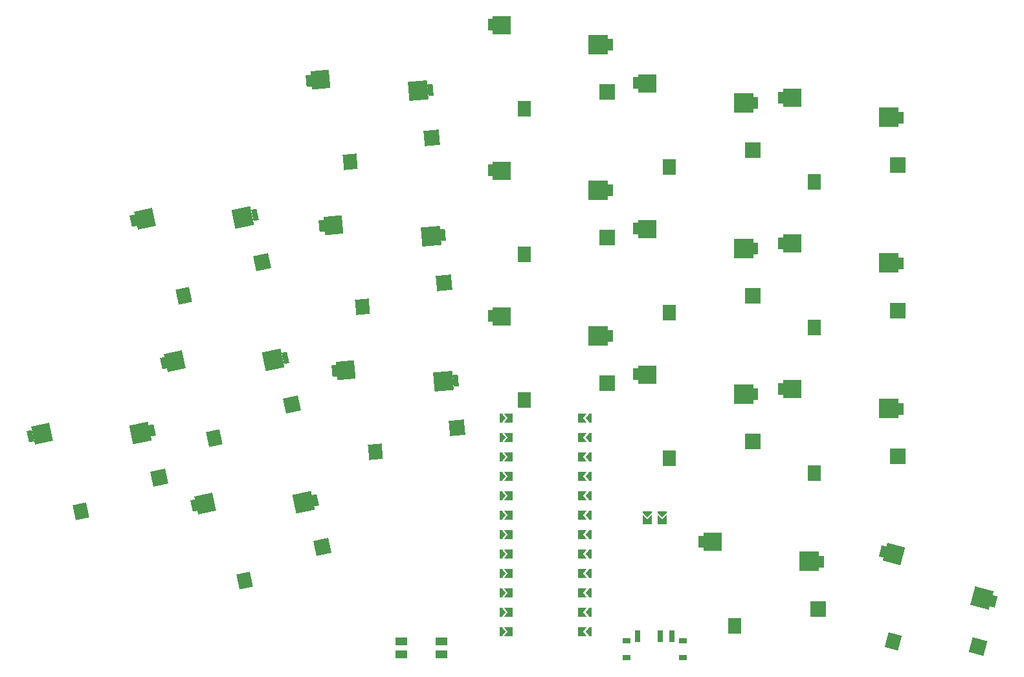
<source format=gbr>
%TF.GenerationSoftware,KiCad,Pcbnew,8.0.4*%
%TF.CreationDate,2024-11-28T23:07:48+01:00*%
%TF.ProjectId,reversible_split,72657665-7273-4696-926c-655f73706c69,v1.0.0*%
%TF.SameCoordinates,Original*%
%TF.FileFunction,Paste,Top*%
%TF.FilePolarity,Positive*%
%FSLAX46Y46*%
G04 Gerber Fmt 4.6, Leading zero omitted, Abs format (unit mm)*
G04 Created by KiCad (PCBNEW 8.0.4) date 2024-11-28 23:07:48*
%MOMM*%
%LPD*%
G01*
G04 APERTURE LIST*
G04 Aperture macros list*
%AMRotRect*
0 Rectangle, with rotation*
0 The origin of the aperture is its center*
0 $1 length*
0 $2 width*
0 $3 Rotation angle, in degrees counterclockwise*
0 Add horizontal line*
21,1,$1,$2,0,0,$3*%
%AMFreePoly0*
4,1,6,0.600000,-1.000000,0.000000,-0.400000,-0.600000,-1.000000,-0.600000,0.250000,0.600000,0.250000,0.600000,-1.000000,0.600000,-1.000000,$1*%
%AMFreePoly1*
4,1,6,0.600000,-0.200000,0.600000,-0.400000,-0.600000,-0.400000,-0.600000,-0.200000,0.000000,0.400000,0.600000,-0.200000,0.600000,-0.200000,$1*%
%AMFreePoly2*
4,1,6,0.500000,-0.625000,0.250000,-0.625000,-0.250000,0.000000,0.250000,0.625000,0.500000,0.625000,0.500000,-0.625000,0.500000,-0.625000,$1*%
%AMFreePoly3*
4,1,6,0.150000,0.000000,0.650000,-0.625000,-0.500000,-0.625000,-0.500000,0.625000,0.650000,0.625000,0.150000,0.000000,0.150000,0.000000,$1*%
G04 Aperture macros list end*
%ADD10RotRect,2.500000X2.500000X185.000000*%
%ADD11RotRect,2.000000X2.000000X185.000000*%
%ADD12RotRect,0.700000X1.500000X5.000000*%
%ADD13RotRect,2.400000X2.400000X185.000000*%
%ADD14RotRect,1.800000X2.000000X185.000000*%
%ADD15R,2.500000X2.500000*%
%ADD16R,2.000000X2.000000*%
%ADD17R,0.700000X1.500000*%
%ADD18R,2.400000X2.400000*%
%ADD19R,1.800000X2.000000*%
%ADD20R,1.000000X0.800000*%
%ADD21RotRect,2.500000X2.500000X192.000000*%
%ADD22RotRect,2.000000X2.000000X192.000000*%
%ADD23RotRect,0.700000X1.500000X12.000000*%
%ADD24RotRect,2.400000X2.400000X192.000000*%
%ADD25RotRect,1.800000X2.000000X192.000000*%
%ADD26RotRect,2.500000X2.500000X165.000000*%
%ADD27RotRect,2.000000X2.000000X165.000000*%
%ADD28RotRect,0.700000X1.500000X345.000000*%
%ADD29RotRect,2.400000X2.400000X165.000000*%
%ADD30RotRect,1.800000X2.000000X165.000000*%
%ADD31R,1.550000X1.000000*%
%ADD32FreePoly0,180.000000*%
%ADD33FreePoly1,180.000000*%
%ADD34FreePoly2,0.000000*%
%ADD35FreePoly2,180.000000*%
%ADD36FreePoly3,0.000000*%
%ADD37FreePoly3,180.000000*%
G04 APERTURE END LIST*
D10*
%TO.C,S5*%
X168441614Y-92953030D03*
D11*
X170180899Y-99064699D03*
D12*
X170039012Y-92853429D03*
X154172150Y-91631668D03*
D13*
X155668185Y-91520859D03*
D14*
X159514120Y-102206324D03*
%TD*%
D15*
%TO.C,S13*%
X207674991Y-56535521D03*
D16*
X208874991Y-62775522D03*
D17*
X209274991Y-56575522D03*
X193574991Y-53975522D03*
D18*
X195074991Y-53995522D03*
D19*
X197974991Y-64975521D03*
%TD*%
D20*
%TO.C,PWR1*%
X199712495Y-126951521D03*
X192412493Y-126951521D03*
X192412494Y-129161519D03*
X199712493Y-129161522D03*
D17*
X193812494Y-126301521D03*
X196812493Y-126301521D03*
X198312494Y-126301521D03*
%TD*%
D10*
%TO.C,S7*%
X165120980Y-54998011D03*
D11*
X166860265Y-61109680D03*
D12*
X166718378Y-54898410D03*
X150851516Y-53676649D03*
D13*
X152347551Y-53565840D03*
D14*
X156193486Y-64251305D03*
%TD*%
D21*
%TO.C,S3*%
X146166642Y-90186982D03*
D22*
X148637787Y-96041129D03*
D23*
X147739996Y-89893451D03*
X131842506Y-90614483D03*
D24*
X133313885Y-90322176D03*
D25*
X138433384Y-100459293D03*
%TD*%
D15*
%TO.C,S16*%
X226674994Y-58440522D03*
D16*
X227874994Y-64680523D03*
D17*
X228274994Y-58480523D03*
X212574994Y-55880523D03*
D18*
X214074994Y-55900523D03*
D19*
X216974994Y-66880522D03*
%TD*%
D15*
%TO.C,S15*%
X226674992Y-77490522D03*
D16*
X227874992Y-83730523D03*
D17*
X228274992Y-77530523D03*
X212574992Y-74930523D03*
D18*
X214074992Y-74950523D03*
D19*
X216974992Y-85930522D03*
%TD*%
D26*
%TO.C,S18*%
X238846574Y-121335053D03*
D27*
X238390654Y-127673014D03*
D28*
X240381702Y-121787801D03*
X225889597Y-115212935D03*
D29*
X227333309Y-115620482D03*
D30*
X227292660Y-126976923D03*
%TD*%
D15*
%TO.C,S12*%
X207674992Y-75585519D03*
D16*
X208874992Y-81825520D03*
D17*
X209274992Y-75625520D03*
X193574992Y-73025520D03*
D18*
X195074992Y-73045520D03*
D19*
X197974992Y-84025519D03*
%TD*%
D15*
%TO.C,S14*%
X226674991Y-96540523D03*
D16*
X227874991Y-102780524D03*
D17*
X228274991Y-96580524D03*
X212574991Y-93980524D03*
D18*
X214074991Y-94000524D03*
D19*
X216974991Y-104980523D03*
%TD*%
D21*
%TO.C,S2*%
X150127366Y-108820691D03*
D22*
X152598511Y-114674838D03*
D23*
X151700720Y-108527160D03*
X135803230Y-109248192D03*
D24*
X137274609Y-108955885D03*
D25*
X142394108Y-119093002D03*
%TD*%
D10*
%TO.C,S6*%
X166781302Y-73975521D03*
D11*
X168520587Y-80087190D03*
D12*
X168378700Y-73875920D03*
X152511838Y-72654159D03*
D13*
X154007873Y-72543350D03*
D14*
X157853808Y-83228815D03*
%TD*%
D15*
%TO.C,S11*%
X207674991Y-94635521D03*
D16*
X208874991Y-100875522D03*
D17*
X209274991Y-94675522D03*
X193574991Y-92075522D03*
D18*
X195074991Y-92095522D03*
D19*
X197974991Y-103075521D03*
%TD*%
D15*
%TO.C,S8*%
X188674992Y-87015522D03*
D16*
X189874992Y-93255523D03*
D17*
X190274992Y-87055523D03*
X174574992Y-84455523D03*
D18*
X176074992Y-84475523D03*
D19*
X178974992Y-95455522D03*
%TD*%
D15*
%TO.C,S10*%
X188674991Y-48915524D03*
D16*
X189874991Y-55155525D03*
D17*
X190274991Y-48955525D03*
X174574991Y-46355525D03*
D18*
X176074991Y-46375525D03*
D19*
X178974991Y-57355524D03*
%TD*%
D21*
%TO.C,S1*%
X128770056Y-99727414D03*
D22*
X131241201Y-105581561D03*
D23*
X130343410Y-99433883D03*
X114445920Y-100154915D03*
D24*
X115917299Y-99862608D03*
D25*
X121036798Y-109999725D03*
%TD*%
D31*
%TO.C,RST1*%
X162907488Y-128696021D03*
X162907488Y-126996021D03*
X168157488Y-128696021D03*
X168157488Y-126996021D03*
%TD*%
D15*
%TO.C,S9*%
X188674994Y-67965523D03*
D16*
X189874994Y-74205524D03*
D17*
X190274994Y-68005524D03*
X174574994Y-65405524D03*
D18*
X176074994Y-65425524D03*
D19*
X178974994Y-76405523D03*
%TD*%
D21*
%TO.C,S4*%
X142205927Y-71553271D03*
D22*
X144677072Y-77407418D03*
D23*
X143779281Y-71259740D03*
X127881791Y-71980772D03*
D24*
X129353170Y-71688465D03*
D25*
X134472669Y-81825582D03*
%TD*%
D15*
%TO.C,S17*%
X216247487Y-116543022D03*
D16*
X217447487Y-122783023D03*
D17*
X217847487Y-116583023D03*
X202147487Y-113983023D03*
D18*
X203647487Y-114003023D03*
D19*
X206547487Y-124983022D03*
%TD*%
D32*
%TO.C,JST1*%
X195062491Y-111421525D03*
X197062491Y-111421525D03*
D33*
X195062491Y-110405525D03*
X197062491Y-110405525D03*
%TD*%
D34*
%TO.C,MCU1*%
X187274985Y-125782274D03*
X187274988Y-123242274D03*
X187274988Y-120702274D03*
X187274988Y-118162273D03*
X187274988Y-115622274D03*
X187274988Y-113082274D03*
X187274988Y-110542274D03*
X187274988Y-108002274D03*
X187274988Y-105462274D03*
X187274988Y-102922274D03*
X187274988Y-100382274D03*
X187274988Y-97842274D03*
D35*
X176274990Y-97842274D03*
X176274991Y-100382274D03*
X176274988Y-102922274D03*
X176274988Y-105462274D03*
X176274988Y-108002275D03*
X176274988Y-110542274D03*
X176274988Y-113082274D03*
X176274988Y-115622274D03*
X176274988Y-118162274D03*
X176274988Y-120702274D03*
X176274988Y-123242274D03*
X176274988Y-125782274D03*
D36*
X186549988Y-125782274D03*
X186549988Y-123242274D03*
X186549988Y-120702274D03*
X186549991Y-118162274D03*
X186549988Y-115622274D03*
X186549988Y-113082274D03*
X186549988Y-110542274D03*
X186549991Y-108002274D03*
X186549987Y-105462274D03*
X186549987Y-102922275D03*
X186549988Y-100382274D03*
X186549988Y-97842274D03*
D37*
X176999988Y-97842274D03*
X176999988Y-100382274D03*
X176999988Y-102922274D03*
X176999988Y-105462274D03*
X176999985Y-108002274D03*
X176999988Y-110542274D03*
X176999988Y-113082274D03*
X176999988Y-115622274D03*
X176999985Y-118162274D03*
X176999989Y-120702274D03*
X176999989Y-123242273D03*
X176999988Y-125782274D03*
%TD*%
M02*

</source>
